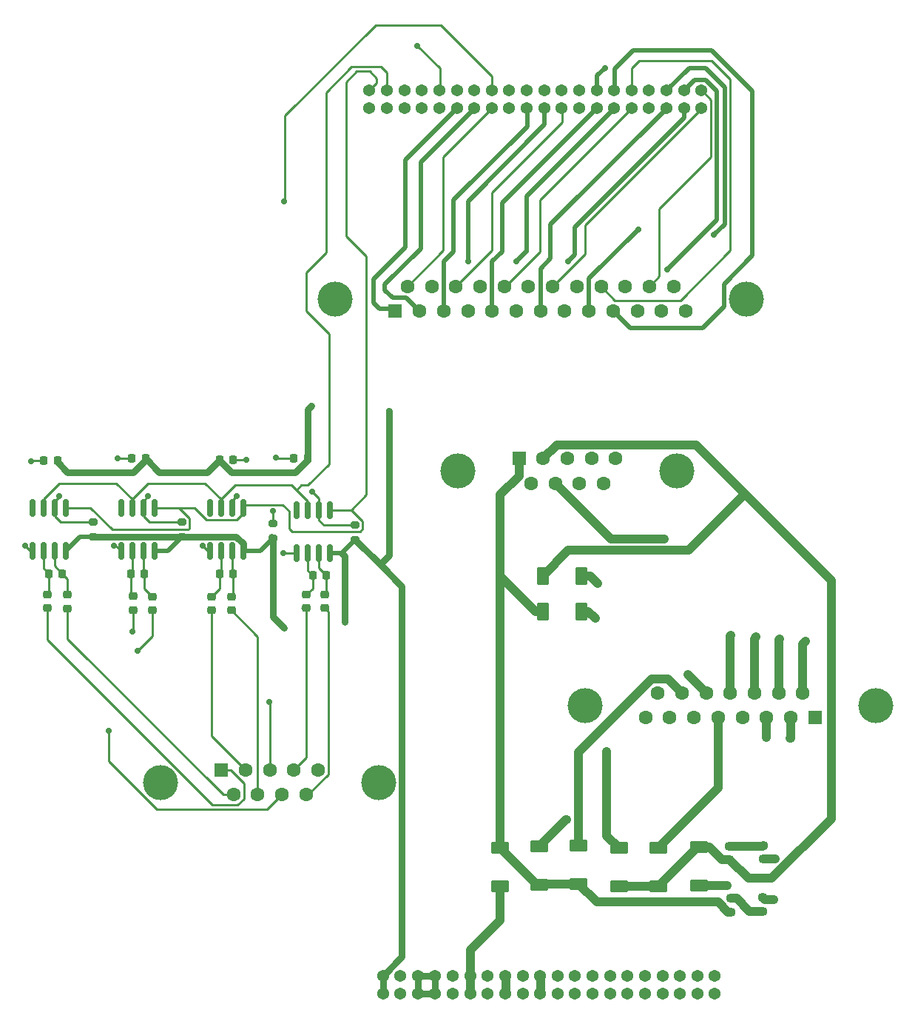
<source format=gbr>
%TF.GenerationSoftware,KiCad,Pcbnew,7.0.7*%
%TF.CreationDate,2024-02-25T12:29:16-08:00*%
%TF.ProjectId,Connector-board,436f6e6e-6563-4746-9f72-2d626f617264,rev?*%
%TF.SameCoordinates,Original*%
%TF.FileFunction,Copper,L1,Top*%
%TF.FilePolarity,Positive*%
%FSLAX46Y46*%
G04 Gerber Fmt 4.6, Leading zero omitted, Abs format (unit mm)*
G04 Created by KiCad (PCBNEW 7.0.7) date 2024-02-25 12:29:16*
%MOMM*%
%LPD*%
G01*
G04 APERTURE LIST*
G04 Aperture macros list*
%AMRoundRect*
0 Rectangle with rounded corners*
0 $1 Rounding radius*
0 $2 $3 $4 $5 $6 $7 $8 $9 X,Y pos of 4 corners*
0 Add a 4 corners polygon primitive as box body*
4,1,4,$2,$3,$4,$5,$6,$7,$8,$9,$2,$3,0*
0 Add four circle primitives for the rounded corners*
1,1,$1+$1,$2,$3*
1,1,$1+$1,$4,$5*
1,1,$1+$1,$6,$7*
1,1,$1+$1,$8,$9*
0 Add four rect primitives between the rounded corners*
20,1,$1+$1,$2,$3,$4,$5,0*
20,1,$1+$1,$4,$5,$6,$7,0*
20,1,$1+$1,$6,$7,$8,$9,0*
20,1,$1+$1,$8,$9,$2,$3,0*%
G04 Aperture macros list end*
%TA.AperFunction,SMDPad,CuDef*%
%ADD10RoundRect,0.225000X0.225000X0.250000X-0.225000X0.250000X-0.225000X-0.250000X0.225000X-0.250000X0*%
%TD*%
%TA.AperFunction,SMDPad,CuDef*%
%ADD11RoundRect,0.150000X0.150000X-0.825000X0.150000X0.825000X-0.150000X0.825000X-0.150000X-0.825000X0*%
%TD*%
%TA.AperFunction,SMDPad,CuDef*%
%ADD12RoundRect,0.250000X0.800000X-0.450000X0.800000X0.450000X-0.800000X0.450000X-0.800000X-0.450000X0*%
%TD*%
%TA.AperFunction,SMDPad,CuDef*%
%ADD13RoundRect,0.250000X-0.800000X0.450000X-0.800000X-0.450000X0.800000X-0.450000X0.800000X0.450000X0*%
%TD*%
%TA.AperFunction,SMDPad,CuDef*%
%ADD14RoundRect,0.225000X-0.225000X-0.250000X0.225000X-0.250000X0.225000X0.250000X-0.225000X0.250000X0*%
%TD*%
%TA.AperFunction,SMDPad,CuDef*%
%ADD15RoundRect,0.200000X-0.275000X0.200000X-0.275000X-0.200000X0.275000X-0.200000X0.275000X0.200000X0*%
%TD*%
%TA.AperFunction,SMDPad,CuDef*%
%ADD16RoundRect,0.218750X0.256250X-0.218750X0.256250X0.218750X-0.256250X0.218750X-0.256250X-0.218750X0*%
%TD*%
%TA.AperFunction,SMDPad,CuDef*%
%ADD17RoundRect,0.225000X0.250000X-0.225000X0.250000X0.225000X-0.250000X0.225000X-0.250000X-0.225000X0*%
%TD*%
%TA.AperFunction,SMDPad,CuDef*%
%ADD18RoundRect,0.250000X-0.450000X-0.800000X0.450000X-0.800000X0.450000X0.800000X-0.450000X0.800000X0*%
%TD*%
%TA.AperFunction,SMDPad,CuDef*%
%ADD19RoundRect,0.218750X-0.256250X0.218750X-0.256250X-0.218750X0.256250X-0.218750X0.256250X0.218750X0*%
%TD*%
%TA.AperFunction,ComponentPad*%
%ADD20C,1.371600*%
%TD*%
%TA.AperFunction,ComponentPad*%
%ADD21C,4.000000*%
%TD*%
%TA.AperFunction,ComponentPad*%
%ADD22R,1.600000X1.600000*%
%TD*%
%TA.AperFunction,ComponentPad*%
%ADD23C,1.600000*%
%TD*%
%TA.AperFunction,ViaPad*%
%ADD24C,0.711200*%
%TD*%
%TA.AperFunction,Conductor*%
%ADD25C,0.762000*%
%TD*%
%TA.AperFunction,Conductor*%
%ADD26C,0.254000*%
%TD*%
%TA.AperFunction,Conductor*%
%ADD27C,1.016000*%
%TD*%
%TA.AperFunction,Conductor*%
%ADD28C,0.200000*%
%TD*%
%TA.AperFunction,Conductor*%
%ADD29C,0.508000*%
%TD*%
G04 APERTURE END LIST*
D10*
%TO.P,C10,1*%
%TO.N,+3.3V*%
X128920000Y-97990400D03*
%TO.P,C10,2*%
%TO.N,GND*%
X127370000Y-97990400D03*
%TD*%
%TO.P,C9,1*%
%TO.N,Net-(U4-T+)*%
X128795000Y-111155000D03*
%TO.P,C9,2*%
%TO.N,Net-(U4-T-)*%
X127245000Y-111155000D03*
%TD*%
D11*
%TO.P,U4,1,GND*%
%TO.N,GND*%
X126115000Y-108550000D03*
%TO.P,U4,2,T-*%
%TO.N,Net-(U4-T-)*%
X127385000Y-108550000D03*
%TO.P,U4,3,T+*%
%TO.N,Net-(U4-T+)*%
X128655000Y-108550000D03*
%TO.P,U4,4,VCC*%
%TO.N,+3.3V*%
X129925000Y-108550000D03*
%TO.P,U4,5,SCK*%
%TO.N,SPI_SCK*%
X129925000Y-103600000D03*
%TO.P,U4,6,~{CS}*%
%TO.N,TC3_CS*%
X128655000Y-103600000D03*
%TO.P,U4,7,SO*%
%TO.N,SPI_MISO*%
X127385000Y-103600000D03*
%TO.P,U4,8*%
%TO.N,N/C*%
X126115000Y-103600000D03*
%TD*%
D12*
%TO.P,D4,1,K*%
%TO.N,LOX_VENT*%
X173981400Y-146722200D03*
%TO.P,D4,2,A*%
%TO.N,GROUND_LOX_VENT*%
X173981400Y-142322200D03*
%TD*%
D10*
%TO.P,C4,1*%
%TO.N,+3.3V*%
X118836200Y-98219000D03*
%TO.P,C4,2*%
%TO.N,GND*%
X117286200Y-98219000D03*
%TD*%
D13*
%TO.P,D6,1,K*%
%TO.N,LOX_VENT*%
X169511000Y-142500000D03*
%TO.P,D6,2,A*%
%TO.N,FLIGHT_LOX_VENT*%
X169511000Y-146900000D03*
%TD*%
D14*
%TO.P,C8,1*%
%TO.N,+3.3V*%
X137403000Y-98092000D03*
%TO.P,C8,2*%
%TO.N,GND*%
X138953000Y-98092000D03*
%TD*%
D15*
%TO.P,R3,1*%
%TO.N,TC1_CS*%
X122940000Y-105250000D03*
%TO.P,R3,2*%
%TO.N,+3.3V*%
X122940000Y-106900000D03*
%TD*%
D12*
%TO.P,D1,1,K*%
%TO.N,ETH_VENT*%
X187621200Y-146900000D03*
%TO.P,D1,2,A*%
%TO.N,GROUND_ETH_VENT*%
X187621200Y-142500000D03*
%TD*%
D13*
%TO.P,D3,1,K*%
%TO.N,ETH_VENT*%
X192269400Y-142449200D03*
%TO.P,D3,2,A*%
%TO.N,FLIGHT_ETH_VENT*%
X192269400Y-146849200D03*
%TD*%
D16*
%TO.P,C1,1*%
%TO.N,ETH_VENT*%
X195774600Y-143861800D03*
%TO.P,C1,2*%
%TO.N,Net-(C1-Pad2)*%
X195774600Y-142286800D03*
%TD*%
D15*
%TO.P,R6,1*%
%TO.N,TC3_CS*%
X133100000Y-105250000D03*
%TO.P,R6,2*%
%TO.N,+3.3V*%
X133100000Y-106900000D03*
%TD*%
D17*
%TO.P,FB4,1*%
%TO.N,TC4_T-*%
X147322000Y-115097600D03*
%TO.P,FB4,2*%
%TO.N,Net-(U2-T-)*%
X147322000Y-113547600D03*
%TD*%
D18*
%TO.P,D8,1,K*%
%TO.N,LOX_VENT*%
X174400000Y-115450000D03*
%TO.P,D8,2,A*%
%TO.N,GND*%
X178800000Y-115450000D03*
%TD*%
D10*
%TO.P,C6,1*%
%TO.N,+3.3V*%
X147465000Y-97970000D03*
%TO.P,C6,2*%
%TO.N,GND*%
X145915000Y-97970000D03*
%TD*%
D11*
%TO.P,U1,1,GND*%
%TO.N,GND*%
X115955000Y-108550000D03*
%TO.P,U1,2,T-*%
%TO.N,Net-(U1-T-)*%
X117225000Y-108550000D03*
%TO.P,U1,3,T+*%
%TO.N,Net-(U1-T+)*%
X118495000Y-108550000D03*
%TO.P,U1,4,VCC*%
%TO.N,+3.3V*%
X119765000Y-108550000D03*
%TO.P,U1,5,SCK*%
%TO.N,SPI_SCK*%
X119765000Y-103600000D03*
%TO.P,U1,6,~{CS}*%
%TO.N,TC1_CS*%
X118495000Y-103600000D03*
%TO.P,U1,7,SO*%
%TO.N,SPI_MISO*%
X117225000Y-103600000D03*
%TO.P,U1,8*%
%TO.N,N/C*%
X115955000Y-103600000D03*
%TD*%
D16*
%TO.P,C2,1*%
%TO.N,LOX_VENT*%
X195901600Y-149830900D03*
%TO.P,C2,2*%
%TO.N,Net-(C2-Pad2)*%
X195901600Y-148255900D03*
%TD*%
D17*
%TO.P,FB3,1*%
%TO.N,TC4_T+*%
X149404800Y-115046800D03*
%TO.P,FB3,2*%
%TO.N,Net-(U2-T+)*%
X149404800Y-113496800D03*
%TD*%
%TO.P,FB6,1*%
%TO.N,TC2_T-*%
X136501600Y-115351600D03*
%TO.P,FB6,2*%
%TO.N,Net-(U3-T-)*%
X136501600Y-113801600D03*
%TD*%
D19*
%TO.P,R1,1*%
%TO.N,Net-(C1-Pad2)*%
X199635400Y-142210700D03*
%TO.P,R1,2*%
%TO.N,GND*%
X199635400Y-143785700D03*
%TD*%
D15*
%TO.P,R5,1*%
%TO.N,TC2_CS*%
X143488600Y-105440000D03*
%TO.P,R5,2*%
%TO.N,+3.3V*%
X143488600Y-107090000D03*
%TD*%
D10*
%TO.P,C5,1*%
%TO.N,Net-(U2-T+)*%
X149595600Y-111350800D03*
%TO.P,C5,2*%
%TO.N,Net-(U2-T-)*%
X148045600Y-111350800D03*
%TD*%
D12*
%TO.P,D2,1,K*%
%TO.N,ETH_VENT*%
X183100000Y-146900000D03*
%TO.P,D2,2,A*%
%TO.N,REDS_ETH_VENT*%
X183100000Y-142500000D03*
%TD*%
D17*
%TO.P,FB1,1*%
%TO.N,TC1_T+*%
X119991600Y-115123000D03*
%TO.P,FB1,2*%
%TO.N,Net-(U1-T+)*%
X119991600Y-113573000D03*
%TD*%
%TO.P,FB5,1*%
%TO.N,TC2_T+*%
X138736800Y-115351600D03*
%TO.P,FB5,2*%
%TO.N,Net-(U3-T+)*%
X138736800Y-113801600D03*
%TD*%
D12*
%TO.P,D5,1,K*%
%TO.N,LOX_VENT*%
X178502600Y-146646000D03*
%TO.P,D5,2,A*%
%TO.N,REDS_LOX_VENT*%
X178502600Y-142246000D03*
%TD*%
D11*
%TO.P,U2,1,GND*%
%TO.N,GND*%
X146229800Y-108796600D03*
%TO.P,U2,2,T-*%
%TO.N,Net-(U2-T-)*%
X147499800Y-108796600D03*
%TO.P,U2,3,T+*%
%TO.N,Net-(U2-T+)*%
X148769800Y-108796600D03*
%TO.P,U2,4,VCC*%
%TO.N,+3.3V*%
X150039800Y-108796600D03*
%TO.P,U2,5,SCK*%
%TO.N,SPI_SCK*%
X150039800Y-103846600D03*
%TO.P,U2,6,~{CS}*%
%TO.N,TC4_CS*%
X148769800Y-103846600D03*
%TO.P,U2,7,SO*%
%TO.N,SPI_MISO*%
X147499800Y-103846600D03*
%TO.P,U2,8*%
%TO.N,N/C*%
X146229800Y-103846600D03*
%TD*%
%TO.P,U3,1,GND*%
%TO.N,GND*%
X136275000Y-108550000D03*
%TO.P,U3,2,T-*%
%TO.N,Net-(U3-T-)*%
X137545000Y-108550000D03*
%TO.P,U3,3,T+*%
%TO.N,Net-(U3-T+)*%
X138815000Y-108550000D03*
%TO.P,U3,4,VCC*%
%TO.N,+3.3V*%
X140085000Y-108550000D03*
%TO.P,U3,5,SCK*%
%TO.N,SPI_SCK*%
X140085000Y-103600000D03*
%TO.P,U3,6,~{CS}*%
%TO.N,TC2_CS*%
X138815000Y-103600000D03*
%TO.P,U3,7,SO*%
%TO.N,SPI_MISO*%
X137545000Y-103600000D03*
%TO.P,U3,8*%
%TO.N,N/C*%
X136275000Y-103600000D03*
%TD*%
D10*
%TO.P,C7,1*%
%TO.N,Net-(U3-T+)*%
X138955000Y-111155000D03*
%TO.P,C7,2*%
%TO.N,Net-(U3-T-)*%
X137405000Y-111155000D03*
%TD*%
D20*
%TO.P,J1,A1,Pin_1*%
%TO.N,+3.3V*%
X156086831Y-159170000D03*
%TO.P,J1,A2,Pin_2*%
X156086831Y-157170000D03*
%TO.P,J1,A3,Pin_3*%
%TO.N,GND*%
X158086831Y-159170000D03*
%TO.P,J1,A4,Pin_4*%
X158086831Y-157170000D03*
%TO.P,J1,A5,Pin_5*%
%TO.N,+5V*%
X160086831Y-159170000D03*
%TO.P,J1,A6,Pin_6*%
X160086831Y-157170000D03*
%TO.P,J1,A7,Pin_7*%
X162086831Y-159170000D03*
%TO.P,J1,A8,Pin_8*%
X162086831Y-157170000D03*
%TO.P,J1,A9,Pin_9*%
%TO.N,GND*%
X164086831Y-159170000D03*
%TO.P,J1,A10,Pin_10*%
X164086831Y-157170000D03*
%TO.P,J1,A11,Pin_11*%
%TO.N,FLIGHT_LOX_VENT*%
X166086831Y-159170000D03*
%TO.P,J1,A12,Pin_12*%
X166086831Y-157170000D03*
%TO.P,J1,A13,Pin_13*%
%TO.N,GND*%
X168086831Y-159170000D03*
%TO.P,J1,A14,Pin_14*%
X168086831Y-157170000D03*
%TO.P,J1,A15,Pin_15*%
%TO.N,FLIGHT_ETH_VENT*%
X170086831Y-159170000D03*
%TO.P,J1,A16,Pin_16*%
X170086831Y-157170000D03*
%TO.P,J1,A17,Pin_17*%
%TO.N,GND*%
X172086831Y-159170000D03*
%TO.P,J1,A18,Pin_18*%
X172086831Y-157170000D03*
%TO.P,J1,A19,Pin_19*%
%TO.N,FLIGHT_ETH_MAIN*%
X174086831Y-159170000D03*
%TO.P,J1,A20,Pin_20*%
X174086831Y-157170000D03*
%TO.P,J1,A21,Pin_21*%
%TO.N,GND*%
X176086831Y-159170000D03*
%TO.P,J1,A22,Pin_22*%
X176086831Y-157170000D03*
%TO.P,J1,A23,Pin_23*%
%TO.N,unconnected-(J1A-Pin_23-PadA23)*%
X178086831Y-159170000D03*
%TO.P,J1,A24,Pin_24*%
%TO.N,unconnected-(J1A-Pin_24-PadA24)*%
X178086831Y-157170000D03*
%TO.P,J1,A25,Pin_25*%
%TO.N,GND*%
X180086831Y-159170000D03*
%TO.P,J1,A26,Pin_26*%
X180086831Y-157170000D03*
%TO.P,J1,A27,Pin_27*%
%TO.N,unconnected-(J1A-Pin_27-PadA27)*%
X182086831Y-159170000D03*
%TO.P,J1,A28,Pin_28*%
%TO.N,unconnected-(J1A-Pin_28-PadA28)*%
X182086831Y-157170000D03*
%TO.P,J1,A29,Pin_29*%
%TO.N,unconnected-(J1A-Pin_29-PadA29)*%
X184086831Y-159170000D03*
%TO.P,J1,A30,Pin_30*%
%TO.N,unconnected-(J1A-Pin_30-PadA30)*%
X184086831Y-157170000D03*
%TO.P,J1,A31,Pin_31*%
%TO.N,unconnected-(J1A-Pin_31-PadA31)*%
X186086831Y-159170000D03*
%TO.P,J1,A32,Pin_32*%
%TO.N,unconnected-(J1A-Pin_32-PadA32)*%
X186086831Y-157170000D03*
%TO.P,J1,A33,Pin_33*%
%TO.N,unconnected-(J1A-Pin_33-PadA33)*%
X188086731Y-159170000D03*
%TO.P,J1,A34,Pin_34*%
%TO.N,unconnected-(J1A-Pin_34-PadA34)*%
X188086731Y-157170000D03*
%TO.P,J1,A35,Pin_35*%
%TO.N,PWR_SUP*%
X190086731Y-159170000D03*
%TO.P,J1,A36,Pin_36*%
X190086731Y-157170000D03*
%TO.P,J1,A37,Pin_37*%
X192086731Y-159170000D03*
%TO.P,J1,A38,Pin_38*%
X192086731Y-157170000D03*
%TO.P,J1,A39,Pin_39*%
X194086731Y-159170000D03*
%TO.P,J1,A40,Pin_40*%
X194086731Y-157170000D03*
%TO.P,J1,B1,Pin_1*%
%TO.N,unconnected-(J1B-Pin_1-PadB1)*%
X154550000Y-57900000D03*
%TO.P,J1,B2,Pin_2*%
%TO.N,SPI_SCK*%
X154550000Y-55900000D03*
%TO.P,J1,B3,Pin_3*%
%TO.N,unconnected-(J1B-Pin_3-PadB3)*%
X156550000Y-57900000D03*
%TO.P,J1,B4,Pin_4*%
%TO.N,SPI_MISO*%
X156550000Y-55900000D03*
%TO.P,J1,B5,Pin_5*%
%TO.N,GND*%
X158550000Y-57900000D03*
%TO.P,J1,B6,Pin_6*%
%TO.N,SPI_MOSI*%
X158550000Y-55900000D03*
%TO.P,J1,B7,Pin_7*%
%TO.N,unconnected-(J1B-Pin_7-PadB7)*%
X160550000Y-57900000D03*
%TO.P,J1,B8,Pin_8*%
%TO.N,GND*%
X160550000Y-55900000D03*
%TO.P,J1,B9,Pin_9*%
X162549900Y-57900000D03*
%TO.P,J1,B10,Pin_10*%
%TO.N,TC1_CS*%
X162549900Y-55900000D03*
%TO.P,J1,B11,Pin_11*%
%TO.N,PT1_E+*%
X164549900Y-57900000D03*
%TO.P,J1,B12,Pin_12*%
%TO.N,TC2_CS*%
X164549900Y-55900000D03*
%TO.P,J1,B13,Pin_13*%
%TO.N,PT1_E-*%
X166549900Y-57900000D03*
%TO.P,J1,B14,Pin_14*%
%TO.N,TC3_CS*%
X166549900Y-55900000D03*
%TO.P,J1,B15,Pin_15*%
%TO.N,PT1_A+*%
X168549900Y-57900000D03*
%TO.P,J1,B16,Pin_16*%
%TO.N,TC4_CS*%
X168549900Y-55900000D03*
%TO.P,J1,B17,Pin_17*%
%TO.N,GND*%
X170549900Y-57900000D03*
%TO.P,J1,B18,Pin_18*%
X170549900Y-55900000D03*
%TO.P,J1,B19,Pin_19*%
%TO.N,PT2_E+*%
X172549900Y-57900000D03*
%TO.P,J1,B20,Pin_20*%
%TO.N,unconnected-(J1B-Pin_20-PadB20)*%
X172549900Y-55900000D03*
%TO.P,J1,B21,Pin_21*%
%TO.N,PT2_E-*%
X174549900Y-57900000D03*
%TO.P,J1,B22,Pin_22*%
%TO.N,unconnected-(J1B-Pin_22-PadB22)*%
X174549900Y-55900000D03*
%TO.P,J1,B23,Pin_23*%
%TO.N,PT2_A+*%
X176549900Y-57900000D03*
%TO.P,J1,B24,Pin_24*%
%TO.N,unconnected-(J1B-Pin_24-PadB24)*%
X176549900Y-55900000D03*
%TO.P,J1,B25,Pin_25*%
%TO.N,GND*%
X178549900Y-57900000D03*
%TO.P,J1,B26,Pin_26*%
X178549900Y-55900000D03*
%TO.P,J1,B27,Pin_27*%
%TO.N,PT3_E+*%
X180549900Y-57900000D03*
%TO.P,J1,B28,Pin_28*%
%TO.N,PT5_E+*%
X180549900Y-55900000D03*
%TO.P,J1,B29,Pin_29*%
%TO.N,PT3_E-*%
X182549900Y-57900000D03*
%TO.P,J1,B30,Pin_30*%
%TO.N,PT5_E-*%
X182549900Y-55900000D03*
%TO.P,J1,B31,Pin_31*%
%TO.N,PT3_A+*%
X184549900Y-57900000D03*
%TO.P,J1,B32,Pin_32*%
%TO.N,PT5_A+*%
X184549900Y-55900000D03*
%TO.P,J1,B33,Pin_33*%
%TO.N,GND*%
X186549900Y-57900000D03*
%TO.P,J1,B34,Pin_34*%
X186549900Y-55900000D03*
%TO.P,J1,B35,Pin_35*%
%TO.N,PT4_E+*%
X188549900Y-57900000D03*
%TO.P,J1,B36,Pin_36*%
%TO.N,PT6_E+*%
X188549900Y-55900000D03*
%TO.P,J1,B37,Pin_37*%
%TO.N,PT4_E-*%
X190549900Y-57900000D03*
%TO.P,J1,B38,Pin_38*%
%TO.N,PT6_E-*%
X190549900Y-55900000D03*
%TO.P,J1,B39,Pin_39*%
%TO.N,PT4_A+*%
X192549900Y-57900000D03*
%TO.P,J1,B40,Pin_40*%
%TO.N,PT6_A+*%
X192549900Y-55900000D03*
%TD*%
D17*
%TO.P,FB2,1*%
%TO.N,TC1_T-*%
X117705600Y-115072200D03*
%TO.P,FB2,2*%
%TO.N,Net-(U1-T-)*%
X117705600Y-113522200D03*
%TD*%
%TO.P,FB8,1*%
%TO.N,TC3_T-*%
X127535400Y-115275400D03*
%TO.P,FB8,2*%
%TO.N,Net-(U4-T-)*%
X127535400Y-113725400D03*
%TD*%
D15*
%TO.P,R4,1*%
%TO.N,TC4_CS*%
X152935400Y-105598200D03*
%TO.P,R4,2*%
%TO.N,+3.3V*%
X152935400Y-107248200D03*
%TD*%
D10*
%TO.P,C3,1*%
%TO.N,Net-(U1-T+)*%
X119410000Y-111155000D03*
%TO.P,C3,2*%
%TO.N,Net-(U1-T-)*%
X117860000Y-111155000D03*
%TD*%
D17*
%TO.P,FB7,1*%
%TO.N,TC3_T+*%
X129745200Y-115326200D03*
%TO.P,FB7,2*%
%TO.N,Net-(U4-T+)*%
X129745200Y-113776200D03*
%TD*%
D18*
%TO.P,D7,1,K*%
%TO.N,ETH_VENT*%
X174400000Y-111400000D03*
%TO.P,D7,2,A*%
%TO.N,GND*%
X178800000Y-111400000D03*
%TD*%
D16*
%TO.P,R2,1*%
%TO.N,Net-(C2-Pad2)*%
X199584600Y-149754700D03*
%TO.P,R2,2*%
%TO.N,GND*%
X199584600Y-148179700D03*
%TD*%
D21*
%TO.P,4TC_DSUB1,0*%
%TO.N,N/C*%
X155640000Y-135020000D03*
X130640000Y-135020000D03*
D22*
%TO.P,4TC_DSUB1,1,1*%
%TO.N,TC1_T-*%
X137600000Y-133600000D03*
D23*
%TO.P,4TC_DSUB1,2,2*%
%TO.N,TC2_T-*%
X140370000Y-133600000D03*
%TO.P,4TC_DSUB1,3,3*%
%TO.N,TC3_T-*%
X143140000Y-133600000D03*
%TO.P,4TC_DSUB1,4,4*%
%TO.N,TC4_T-*%
X145910000Y-133600000D03*
%TO.P,4TC_DSUB1,5,5*%
%TO.N,unconnected-(4TC_DSUB1-Pad5)*%
X148680000Y-133600000D03*
%TO.P,4TC_DSUB1,6,6*%
%TO.N,TC1_T+*%
X138985000Y-136440000D03*
%TO.P,4TC_DSUB1,7,7*%
%TO.N,TC2_T+*%
X141755000Y-136440000D03*
%TO.P,4TC_DSUB1,8,8*%
%TO.N,TC3_T+*%
X144525000Y-136440000D03*
%TO.P,4TC_DSUB1,9,9*%
%TO.N,TC4_T+*%
X147295000Y-136440000D03*
%TD*%
D21*
%TO.P,GND_DSUB1,0*%
%TO.N,N/C*%
X179200000Y-126200000D03*
X212500000Y-126200000D03*
D22*
%TO.P,GND_DSUB1,1,1*%
%TO.N,PWR_SUP*%
X205545000Y-127620000D03*
D23*
%TO.P,GND_DSUB1,2,2*%
X202775000Y-127620000D03*
%TO.P,GND_DSUB1,3,3*%
X200005000Y-127620000D03*
%TO.P,GND_DSUB1,4,4*%
%TO.N,unconnected-(GND_DSUB1-Pad4)*%
X197235000Y-127620000D03*
%TO.P,GND_DSUB1,5,5*%
%TO.N,GROUND_ETH_VENT*%
X194465000Y-127620000D03*
%TO.P,GND_DSUB1,6,6*%
%TO.N,GROUND_LOX_VENT*%
X191695000Y-127620000D03*
%TO.P,GND_DSUB1,7,7*%
%TO.N,unconnected-(GND_DSUB1-Pad7)*%
X188925000Y-127620000D03*
%TO.P,GND_DSUB1,8,8*%
%TO.N,unconnected-(GND_DSUB1-Pad8)*%
X186155000Y-127620000D03*
%TO.P,GND_DSUB1,9,P9*%
%TO.N,GND*%
X204160000Y-124780000D03*
%TO.P,GND_DSUB1,10,P10*%
X201390000Y-124780000D03*
%TO.P,GND_DSUB1,11,P111*%
X198620000Y-124780000D03*
%TO.P,GND_DSUB1,12,P12*%
X195850000Y-124780000D03*
%TO.P,GND_DSUB1,13,P13*%
%TO.N,REDS_ETH_VENT*%
X193080000Y-124780000D03*
%TO.P,GND_DSUB1,14,P14*%
%TO.N,REDS_LOX_VENT*%
X190310000Y-124780000D03*
%TO.P,GND_DSUB1,15,P15*%
%TO.N,unconnected-(GND_DSUB1-P15-Pad15)*%
X187540000Y-124780000D03*
%TD*%
D21*
%TO.P,SOLENOIDS_DSUB1,0*%
%TO.N,N/C*%
X189700000Y-99400000D03*
X164700000Y-99400000D03*
D22*
%TO.P,SOLENOIDS_DSUB1,1,1*%
%TO.N,LOX_VENT*%
X171660000Y-97980000D03*
D23*
%TO.P,SOLENOIDS_DSUB1,2,2*%
%TO.N,ETH_VENT*%
X174430000Y-97980000D03*
%TO.P,SOLENOIDS_DSUB1,3,3*%
%TO.N,unconnected-(SOLENOIDS_DSUB1-Pad3)*%
X177200000Y-97980000D03*
%TO.P,SOLENOIDS_DSUB1,4,4*%
%TO.N,unconnected-(SOLENOIDS_DSUB1-Pad4)*%
X179970000Y-97980000D03*
%TO.P,SOLENOIDS_DSUB1,5,5*%
%TO.N,unconnected-(SOLENOIDS_DSUB1-Pad5)*%
X182740000Y-97980000D03*
%TO.P,SOLENOIDS_DSUB1,6,6*%
%TO.N,GND*%
X173045000Y-100820000D03*
%TO.P,SOLENOIDS_DSUB1,7,7*%
X175815000Y-100820000D03*
%TO.P,SOLENOIDS_DSUB1,8,8*%
%TO.N,unconnected-(SOLENOIDS_DSUB1-Pad8)*%
X178585000Y-100820000D03*
%TO.P,SOLENOIDS_DSUB1,9,9*%
%TO.N,unconnected-(SOLENOIDS_DSUB1-Pad9)*%
X181355000Y-100820000D03*
%TD*%
D21*
%TO.P,PT_DSUB1,0*%
%TO.N,N/C*%
X150585000Y-79720000D03*
X197685000Y-79720000D03*
D22*
%TO.P,PT_DSUB1,1,1*%
%TO.N,PT1_E+*%
X157515000Y-81140000D03*
D23*
%TO.P,PT_DSUB1,2,2*%
%TO.N,PT1_E-*%
X160285000Y-81140000D03*
%TO.P,PT_DSUB1,3,3*%
%TO.N,PT2_E+*%
X163055000Y-81140000D03*
%TO.P,PT_DSUB1,4,4*%
%TO.N,PT2_E-*%
X165825000Y-81140000D03*
%TO.P,PT_DSUB1,5,5*%
%TO.N,PT3_E+*%
X168595000Y-81140000D03*
%TO.P,PT_DSUB1,6,6*%
%TO.N,PT3_E-*%
X171365000Y-81140000D03*
%TO.P,PT_DSUB1,7,7*%
%TO.N,PT4_E+*%
X174135000Y-81140000D03*
%TO.P,PT_DSUB1,8,8*%
%TO.N,PT4_E-*%
X176905000Y-81140000D03*
%TO.P,PT_DSUB1,9,9*%
%TO.N,PT5_E+*%
X179675000Y-81140000D03*
%TO.P,PT_DSUB1,10,10*%
%TO.N,PT5_E-*%
X182445000Y-81140000D03*
%TO.P,PT_DSUB1,11,11*%
%TO.N,PT6_E+*%
X185215000Y-81140000D03*
%TO.P,PT_DSUB1,12,12*%
%TO.N,PT6_E-*%
X187985000Y-81140000D03*
%TO.P,PT_DSUB1,13,13*%
%TO.N,unconnected-(PT_DSUB1-Pad13)*%
X190755000Y-81140000D03*
%TO.P,PT_DSUB1,14,P14*%
%TO.N,PT1_A+*%
X158900000Y-78300000D03*
%TO.P,PT_DSUB1,15,P15*%
%TO.N,unconnected-(PT_DSUB1-P15-Pad15)*%
X161670000Y-78300000D03*
%TO.P,PT_DSUB1,16,P16*%
%TO.N,PT2_A+*%
X164440000Y-78300000D03*
%TO.P,PT_DSUB1,17,P17*%
%TO.N,unconnected-(PT_DSUB1-P17-Pad17)*%
X167210000Y-78300000D03*
%TO.P,PT_DSUB1,18,P18*%
%TO.N,PT3_A+*%
X169980000Y-78300000D03*
%TO.P,PT_DSUB1,19,P19*%
%TO.N,unconnected-(PT_DSUB1-P19-Pad19)*%
X172750000Y-78300000D03*
%TO.P,PT_DSUB1,20,P20*%
%TO.N,PT4_A+*%
X175520000Y-78300000D03*
%TO.P,PT_DSUB1,21,P21*%
%TO.N,unconnected-(PT_DSUB1-P21-Pad21)*%
X178290000Y-78300000D03*
%TO.P,PT_DSUB1,22,P22*%
%TO.N,PT5_A+*%
X181060000Y-78300000D03*
%TO.P,PT_DSUB1,23,P23*%
%TO.N,unconnected-(PT_DSUB1-P23-Pad23)*%
X183830000Y-78300000D03*
%TO.P,PT_DSUB1,24,P24*%
%TO.N,PT6_A+*%
X186600000Y-78300000D03*
%TO.P,PT_DSUB1,25,P25*%
%TO.N,unconnected-(PT_DSUB1-P25-Pad25)*%
X189370000Y-78300000D03*
%TD*%
D24*
%TO.N,TC2_CS*%
X143470000Y-104005000D03*
%TO.N,+3.3V*%
X156805000Y-92575000D03*
X147915000Y-91940000D03*
X151725000Y-116705000D03*
X144740000Y-117340000D03*
%TO.N,GND*%
X201000000Y-143800000D03*
X180700000Y-112250000D03*
X125709600Y-97990400D03*
X204500000Y-118900000D03*
X195900000Y-118200000D03*
X115114800Y-107921800D03*
X198800000Y-118400000D03*
X135434800Y-107921800D03*
X115800000Y-98300000D03*
X143865200Y-97907200D03*
X144720000Y-108796600D03*
X180400000Y-116250000D03*
X201500000Y-118600000D03*
X125274800Y-107921800D03*
X200800000Y-148400000D03*
X140500000Y-98100000D03*
X188300000Y-107200000D03*
%TO.N,TC3_T+*%
X124700000Y-129100000D03*
X128000000Y-120000000D03*
%TO.N,TC3_T-*%
X127400000Y-117800000D03*
X143100000Y-125800000D03*
%TO.N,PWR_SUP*%
X202700000Y-130000000D03*
X200000000Y-129900000D03*
%TO.N,GROUND_LOX_VENT*%
X177100000Y-139300000D03*
%TO.N,PT3_E-*%
X171400000Y-75400000D03*
%TO.N,PT5_E+*%
X181500000Y-53300000D03*
X185300000Y-71800000D03*
%TO.N,PT2_E-*%
X165829498Y-75440502D03*
%TO.N,PT4_E-*%
X177329498Y-75429498D03*
%TO.N,PT6_E+*%
X194000000Y-72400000D03*
%TO.N,PT6_E-*%
X188600000Y-76400000D03*
%TO.N,TC1_CS*%
X119015365Y-102307900D03*
X160020000Y-50800000D03*
%TO.N,TC4_CS*%
X144780000Y-68580000D03*
X147982400Y-101775000D03*
%TO.N,TC2_CS*%
X139335095Y-102307448D03*
%TO.N,TC3_CS*%
X129175293Y-102307900D03*
%TO.N,REDS_ETH_VENT*%
X191000000Y-122700000D03*
X181700000Y-131500000D03*
%TO.N,FLIGHT_ETH_VENT*%
X195500000Y-146800000D03*
%TD*%
D25*
%TO.N,+3.3V*%
X133100000Y-106900000D02*
X139250158Y-106900000D01*
X139250158Y-106900000D02*
X140085000Y-107734842D01*
X140085000Y-107734842D02*
X140085000Y-108550000D01*
%TO.N,+5V*%
X162086831Y-159170000D02*
X160086831Y-159170000D01*
X162086831Y-157170000D02*
X160086831Y-157170000D01*
X162086831Y-159170000D02*
X162086831Y-157170000D01*
X160086831Y-159170000D02*
X160086831Y-157170000D01*
%TO.N,+3.3V*%
X143298600Y-106900000D02*
X143488600Y-107090000D01*
D26*
%TO.N,SPI_SCK*%
X134544896Y-103600000D02*
X135900896Y-104956000D01*
X135900896Y-104956000D02*
X139344000Y-104956000D01*
X139344000Y-104956000D02*
X140085000Y-104215000D01*
X140085000Y-104215000D02*
X140085000Y-103600000D01*
X140085000Y-103600000D02*
X140416600Y-103268400D01*
X140416600Y-103268400D02*
X144638400Y-103268400D01*
X153791400Y-105152000D02*
X152486000Y-103846600D01*
X144638400Y-103268400D02*
X145375000Y-104005000D01*
X145375000Y-104005000D02*
X145375000Y-106024200D01*
X145730000Y-106379200D02*
X153456600Y-106379200D01*
X145375000Y-106024200D02*
X145730000Y-106379200D01*
X153456600Y-106379200D02*
X153791400Y-106044400D01*
X153791400Y-106044400D02*
X153791400Y-105152000D01*
%TO.N,TC2_CS*%
X143470000Y-104005000D02*
X143470000Y-105421400D01*
X143470000Y-105421400D02*
X143488600Y-105440000D01*
X139335095Y-102307448D02*
X139398543Y-102244000D01*
%TO.N,SPI_SCK*%
X129925000Y-103600000D02*
X134544896Y-103600000D01*
D25*
%TO.N,+3.3V*%
X122940000Y-106900000D02*
X133100000Y-106900000D01*
X147465000Y-92390000D02*
X147915000Y-91940000D01*
X147465000Y-97970000D02*
X147465000Y-92390000D01*
X158275000Y-112587800D02*
X155788600Y-110101400D01*
X155788600Y-110101400D02*
X152935400Y-107248200D01*
X156805000Y-92575000D02*
X156805000Y-109085000D01*
X156805000Y-109085000D02*
X155788600Y-110101400D01*
D26*
%TO.N,SPI_MISO*%
X152478216Y-53206702D02*
X149562459Y-56122459D01*
X147280000Y-76700000D02*
X149562459Y-74417541D01*
X146199999Y-101571800D02*
X146733399Y-101038400D01*
X146733399Y-101038400D02*
X147479448Y-101038400D01*
X147280000Y-81145000D02*
X147280000Y-76700000D01*
X147479448Y-101038400D02*
X149900000Y-98617848D01*
X149900000Y-98617848D02*
X149900000Y-83765000D01*
X149562459Y-74417541D02*
X149562459Y-56122459D01*
X149900000Y-83765000D02*
X147280000Y-81145000D01*
D25*
%TO.N,+3.3V*%
X137403000Y-98092000D02*
X137403000Y-98233224D01*
X137403000Y-98233224D02*
X138729776Y-99560000D01*
X138729776Y-99560000D02*
X146016224Y-99560000D01*
X146016224Y-99560000D02*
X147465000Y-98111224D01*
X147465000Y-98111224D02*
X147465000Y-97970000D01*
X128920000Y-97990400D02*
X130489600Y-99560000D01*
X130489600Y-99560000D02*
X135935000Y-99560000D01*
X135935000Y-99560000D02*
X137403000Y-98092000D01*
X118836200Y-98219000D02*
X118836200Y-98421200D01*
X119975000Y-99560000D02*
X127491624Y-99560000D01*
X118836200Y-98421200D02*
X119975000Y-99560000D01*
X127491624Y-99560000D02*
X128920000Y-98131624D01*
X128920000Y-98131624D02*
X128920000Y-97990400D01*
X151725000Y-116705000D02*
X151725000Y-109134600D01*
X151725000Y-109134600D02*
X151387000Y-108796600D01*
X143488600Y-108966120D02*
X143488600Y-116088600D01*
X143488600Y-116088600D02*
X144740000Y-117340000D01*
X143488600Y-107090000D02*
X143488600Y-108966120D01*
X156086831Y-157170000D02*
X158275000Y-154981831D01*
X158275000Y-154981831D02*
X158275000Y-112587800D01*
X156086831Y-159170000D02*
X156086831Y-157170000D01*
D26*
%TO.N,GND*%
X115800000Y-98300000D02*
X115881000Y-98219000D01*
D27*
X179850000Y-111400000D02*
X180700000Y-112250000D01*
X178800000Y-111400000D02*
X179850000Y-111400000D01*
X199635400Y-143785700D02*
X200985700Y-143785700D01*
X201390000Y-124780000D02*
X201390000Y-118710000D01*
X200800000Y-148400000D02*
X199804900Y-148400000D01*
D26*
X199584600Y-148179700D02*
X199520300Y-148179700D01*
D27*
X195850000Y-118250000D02*
X195900000Y-118200000D01*
X179600000Y-115450000D02*
X180400000Y-116250000D01*
D26*
X125486800Y-107921800D02*
X125274800Y-107921800D01*
X126115000Y-108550000D02*
X125486800Y-107921800D01*
D27*
X204160000Y-119240000D02*
X204500000Y-118900000D01*
X204160000Y-124780000D02*
X204160000Y-119240000D01*
X200985700Y-143785700D02*
X201000000Y-143800000D01*
X201390000Y-118710000D02*
X201500000Y-118600000D01*
D26*
X144720000Y-108796600D02*
X146229800Y-108796600D01*
D27*
X182195000Y-107200000D02*
X175815000Y-100820000D01*
X199804900Y-148400000D02*
X199584600Y-148179700D01*
D26*
X143865200Y-97907200D02*
X143908000Y-97950000D01*
X115955000Y-108550000D02*
X115743000Y-108550000D01*
X115743000Y-108550000D02*
X115114800Y-107921800D01*
X136063000Y-108550000D02*
X135434800Y-107921800D01*
X138953000Y-98092000D02*
X140492000Y-98092000D01*
X136275000Y-108550000D02*
X136063000Y-108550000D01*
D27*
X188300000Y-107200000D02*
X182195000Y-107200000D01*
D26*
X199520300Y-148179700D02*
X199500000Y-148200000D01*
X115881000Y-98219000D02*
X117286200Y-98219000D01*
D27*
X198620000Y-124780000D02*
X198620000Y-118580000D01*
X195850000Y-124780000D02*
X195850000Y-118250000D01*
D26*
X140492000Y-98092000D02*
X140500000Y-98100000D01*
X125709600Y-97990400D02*
X127370000Y-97990400D01*
X143908000Y-97950000D02*
X145452000Y-97950000D01*
D27*
X178800000Y-115450000D02*
X179600000Y-115450000D01*
X198620000Y-118580000D02*
X198800000Y-118400000D01*
D26*
%TO.N,Net-(U1-T+)*%
X119991600Y-111736600D02*
X119410000Y-111155000D01*
X118495000Y-108550000D02*
X118495000Y-110240000D01*
X118495000Y-110240000D02*
X119410000Y-111155000D01*
X119991600Y-113573000D02*
X119991600Y-111736600D01*
%TO.N,Net-(U1-T-)*%
X117225000Y-108550000D02*
X117225000Y-110520000D01*
X117225000Y-110520000D02*
X117860000Y-111155000D01*
X117860000Y-111155000D02*
X117860000Y-113367800D01*
X117860000Y-113367800D02*
X117705600Y-113522200D01*
%TO.N,Net-(U2-T+)*%
X149595600Y-113306000D02*
X149404800Y-113496800D01*
X149404800Y-111541600D02*
X149595600Y-111350800D01*
X149595600Y-111350800D02*
X149595600Y-113306000D01*
X148769800Y-108796600D02*
X148769800Y-110525000D01*
X148769800Y-110525000D02*
X149595600Y-111350800D01*
%TO.N,Net-(U2-T-)*%
X148045600Y-112824000D02*
X147322000Y-113547600D01*
X147499800Y-108796600D02*
X147499800Y-110805000D01*
X147499800Y-110805000D02*
X148045600Y-111350800D01*
X148045600Y-111350800D02*
X148045600Y-112824000D01*
%TO.N,Net-(U3-T+)*%
X138736800Y-111373200D02*
X138955000Y-111155000D01*
X138815000Y-108550000D02*
X138815000Y-111015000D01*
X138815000Y-111015000D02*
X138955000Y-111155000D01*
X138955000Y-111155000D02*
X138955000Y-113583400D01*
X138955000Y-113583400D02*
X138736800Y-113801600D01*
%TO.N,Net-(U3-T-)*%
X137405000Y-111155000D02*
X137405000Y-112898200D01*
X137545000Y-108550000D02*
X137545000Y-111015000D01*
X137405000Y-112898200D02*
X136501600Y-113801600D01*
X137545000Y-111015000D02*
X137405000Y-111155000D01*
%TO.N,Net-(U4-T+)*%
X128795000Y-112826000D02*
X129745200Y-113776200D01*
X128655000Y-111015000D02*
X128795000Y-111155000D01*
X128655000Y-108550000D02*
X128655000Y-111015000D01*
X128795000Y-111155000D02*
X128795000Y-112826000D01*
%TO.N,Net-(U4-T-)*%
X127245000Y-113435000D02*
X127535400Y-113725400D01*
X127385000Y-111015000D02*
X127245000Y-111155000D01*
X127385000Y-108550000D02*
X127385000Y-111015000D01*
X127245000Y-111155000D02*
X127245000Y-113435000D01*
%TO.N,TC1_T+*%
X137853630Y-136440000D02*
X138985000Y-136440000D01*
X119991600Y-118577970D02*
X137853630Y-136440000D01*
X119991600Y-115123000D02*
X119991600Y-118577970D01*
%TO.N,TC1_T-*%
X117705600Y-115072200D02*
X117705600Y-118718357D01*
X140200000Y-136889530D02*
X140200000Y-135146000D01*
X138654000Y-133600000D02*
X137600000Y-133600000D01*
X139472530Y-137617000D02*
X140200000Y-136889530D01*
X140200000Y-135146000D02*
X138654000Y-133600000D01*
X136604243Y-137617000D02*
X139472530Y-137617000D01*
X117705600Y-118718357D02*
X136604243Y-137617000D01*
%TO.N,TC4_T+*%
X149404800Y-115046800D02*
X149861000Y-115503000D01*
X149861000Y-115503000D02*
X149861000Y-134089187D01*
X147510187Y-136440000D02*
X147295000Y-136440000D01*
X149861000Y-134089187D02*
X147510187Y-136440000D01*
D28*
%TO.N,TC4_T-*%
X147322000Y-115097600D02*
X146847000Y-115097600D01*
D26*
X147322000Y-115097600D02*
X147322000Y-132188000D01*
X147322000Y-132188000D02*
X145910000Y-133600000D01*
%TO.N,TC2_T+*%
X141755000Y-136440000D02*
X141755000Y-118369800D01*
X141755000Y-118369800D02*
X138736800Y-115351600D01*
D28*
%TO.N,TC2_T-*%
X136501600Y-115351600D02*
X136514600Y-115351600D01*
X136514600Y-115351600D02*
X136704800Y-115541800D01*
D26*
X136501600Y-129731600D02*
X140370000Y-133600000D01*
X136501600Y-115351600D02*
X136501600Y-129731600D01*
%TO.N,TC3_T+*%
X128000000Y-120000000D02*
X129745200Y-118254800D01*
X124700000Y-132600000D02*
X124700000Y-129100000D01*
X142840001Y-138124999D02*
X130224999Y-138124999D01*
X129745200Y-118254800D02*
X129745200Y-115326200D01*
X130224999Y-138124999D02*
X124700000Y-132600000D01*
X144525000Y-136440000D02*
X142840001Y-138124999D01*
%TO.N,TC3_T-*%
X127400000Y-117800000D02*
X127535400Y-117664600D01*
X143140000Y-133600000D02*
X143140000Y-125840000D01*
X127535400Y-117664600D02*
X127535400Y-115275400D01*
X143140000Y-125840000D02*
X143100000Y-125800000D01*
D27*
%TO.N,FLIGHT_ETH_MAIN*%
X174136931Y-157170000D02*
X174136931Y-159170000D01*
%TO.N,PWR_SUP*%
X202775000Y-127620000D02*
X202775000Y-129925000D01*
X202775000Y-129925000D02*
X202700000Y-130000000D01*
X200005000Y-127620000D02*
X200005000Y-129895000D01*
X200005000Y-129895000D02*
X200000000Y-129900000D01*
%TO.N,GROUND_ETH_VENT*%
X194465000Y-135656200D02*
X187621200Y-142500000D01*
X194465000Y-127620000D02*
X194465000Y-135656200D01*
%TO.N,GROUND_LOX_VENT*%
X177003600Y-139300000D02*
X173981400Y-142322200D01*
X177100000Y-139300000D02*
X177003600Y-139300000D01*
D29*
%TO.N,+3.3V*%
X151387000Y-108796600D02*
X152935400Y-107248200D01*
X121415000Y-106900000D02*
X119765000Y-108550000D01*
X142028600Y-108550000D02*
X143488600Y-107090000D01*
X150039800Y-108796600D02*
X151387000Y-108796600D01*
X140085000Y-108550000D02*
X142028600Y-108550000D01*
X131450000Y-108550000D02*
X133100000Y-106900000D01*
X129925000Y-108550000D02*
X131450000Y-108550000D01*
X122940000Y-106900000D02*
X121415000Y-106900000D01*
D27*
%TO.N,REDS_LOX_VENT*%
X186892998Y-123218000D02*
X188748000Y-123218000D01*
X178502600Y-142246000D02*
X178502600Y-131608398D01*
X178502600Y-131608398D02*
X186892998Y-123218000D01*
X188748000Y-123218000D02*
X190310000Y-124780000D01*
D29*
%TO.N,PT1_E+*%
X155000000Y-77500000D02*
X155000000Y-80200000D01*
D28*
X157242000Y-80867000D02*
X157515000Y-81140000D01*
D29*
X155667000Y-80867000D02*
X157242000Y-80867000D01*
D26*
X157515000Y-81685000D02*
X157515000Y-81140000D01*
D29*
X158660000Y-73840000D02*
X155000000Y-77500000D01*
X158660000Y-63840000D02*
X158660000Y-73840000D01*
X155000000Y-80200000D02*
X155667000Y-80867000D01*
X164600000Y-57900000D02*
X158660000Y-63840000D01*
%TO.N,PT1_E-*%
X160400000Y-64100000D02*
X160400000Y-74000000D01*
X160400000Y-74000000D02*
X156300000Y-78100000D01*
X156300000Y-78700000D02*
X157208000Y-79608000D01*
X156300000Y-78100000D02*
X156300000Y-78700000D01*
X157208000Y-79608000D02*
X158753000Y-79608000D01*
X166600000Y-57900000D02*
X160400000Y-64100000D01*
X158753000Y-79608000D02*
X160285000Y-81140000D01*
%TO.N,PT2_E+*%
X172600000Y-57900000D02*
X172600000Y-60000000D01*
X164200000Y-74300000D02*
X163055000Y-75445000D01*
X163055000Y-75445000D02*
X163055000Y-81140000D01*
X164200000Y-68400000D02*
X164200000Y-74300000D01*
X172600000Y-60000000D02*
X164200000Y-68400000D01*
%TO.N,PT3_E+*%
X169740000Y-74300000D02*
X168595000Y-75445000D01*
X168595000Y-75445000D02*
X168595000Y-81140000D01*
X180600000Y-57900000D02*
X169740000Y-68760000D01*
X169740000Y-68760000D02*
X169740000Y-74300000D01*
%TO.N,PT3_E-*%
X172500000Y-74300000D02*
X171400000Y-75400000D01*
X172510000Y-67990000D02*
X172510000Y-74300000D01*
X182600000Y-57900000D02*
X172510000Y-67990000D01*
D26*
X172510000Y-74300000D02*
X172500000Y-74300000D01*
D29*
%TO.N,PT4_E+*%
X174135000Y-76265000D02*
X174135000Y-81140000D01*
X175280000Y-71220000D02*
X175280000Y-75120000D01*
X188600000Y-57900000D02*
X175280000Y-71220000D01*
X175280000Y-75120000D02*
X174135000Y-76265000D01*
%TO.N,PT5_E+*%
X180600000Y-55900000D02*
X180600000Y-54200000D01*
X179675000Y-77425000D02*
X179675000Y-81140000D01*
X180600000Y-54200000D02*
X181500000Y-53300000D01*
X185300000Y-71800000D02*
X179675000Y-77425000D01*
%TO.N,PT5_E-*%
X195177000Y-80623000D02*
X195177000Y-78023000D01*
X195177000Y-78023000D02*
X198400000Y-74800000D01*
X184700000Y-51300000D02*
X182600000Y-53400000D01*
X182600000Y-53400000D02*
X182600000Y-55900000D01*
X193736840Y-51300000D02*
X184700000Y-51300000D01*
X198400000Y-55963160D02*
X193736840Y-51300000D01*
X182445000Y-81140000D02*
X184405000Y-83100000D01*
X192700000Y-83100000D02*
X195177000Y-80623000D01*
X198400000Y-74800000D02*
X198400000Y-55963160D01*
X184405000Y-83100000D02*
X192700000Y-83100000D01*
D26*
%TO.N,PT6_A+*%
X186600000Y-78300000D02*
X187745000Y-77155000D01*
X187745000Y-77155000D02*
X187745000Y-69455000D01*
X193666800Y-56966800D02*
X192600000Y-55900000D01*
X187745000Y-69455000D02*
X193666800Y-63533200D01*
X193666800Y-63533200D02*
X193666800Y-56966800D01*
%TO.N,PT1_A+*%
X168600000Y-57900000D02*
X163019000Y-63481000D01*
X163019000Y-63481000D02*
X163019000Y-74181000D01*
X163019000Y-74181000D02*
X158900000Y-78300000D01*
D29*
%TO.N,PT2_E-*%
X174600000Y-59800000D02*
X165829498Y-68570502D01*
X165829498Y-68570502D02*
X165829498Y-75440502D01*
X174600000Y-57900000D02*
X174600000Y-59800000D01*
D26*
%TO.N,PT2_A+*%
X168559000Y-74141000D02*
X168559000Y-67541000D01*
X164440000Y-78300000D02*
X165585000Y-77155000D01*
X165585000Y-77115000D02*
X168559000Y-74141000D01*
X165585000Y-77155000D02*
X165585000Y-77115000D01*
X168559000Y-67541000D02*
X176600000Y-59500000D01*
X176600000Y-59500000D02*
X176600000Y-57900000D01*
%TO.N,PT3_A+*%
X170100000Y-78300000D02*
X169980000Y-78300000D01*
X174099000Y-74301000D02*
X170100000Y-78300000D01*
X184600000Y-57900000D02*
X174099000Y-68401000D01*
X174099000Y-68401000D02*
X174099000Y-74301000D01*
D29*
%TO.N,PT4_E-*%
X190600000Y-57900000D02*
X190600000Y-59000000D01*
X178050000Y-74300000D02*
X178050000Y-74708996D01*
X178050000Y-74708996D02*
X177329498Y-75429498D01*
X190600000Y-59000000D02*
X178050000Y-71550000D01*
X178050000Y-71550000D02*
X178050000Y-74300000D01*
D26*
%TO.N,PT4_A+*%
X176665000Y-77135000D02*
X176665000Y-77155000D01*
X179231000Y-71269000D02*
X179231000Y-74569000D01*
X192600000Y-57900000D02*
X179231000Y-71269000D01*
X176665000Y-77155000D02*
X175520000Y-78300000D01*
X179231000Y-74569000D02*
X176665000Y-77135000D01*
%TO.N,PT5_A+*%
X193700000Y-52500000D02*
X185400000Y-52500000D01*
X181060000Y-78300000D02*
X182660000Y-79900000D01*
X195837200Y-74206407D02*
X195837200Y-54637200D01*
X184600000Y-53300000D02*
X184600000Y-55900000D01*
X195837200Y-54637200D02*
X193700000Y-52500000D01*
X185400000Y-52500000D02*
X184600000Y-53300000D01*
X190143607Y-79900000D02*
X195837200Y-74206407D01*
X182660000Y-79900000D02*
X190143607Y-79900000D01*
D29*
%TO.N,PT6_E+*%
X194000000Y-72400000D02*
X195200000Y-71200000D01*
X191149900Y-53300000D02*
X188549900Y-55900000D01*
X195200000Y-71200000D02*
X195200000Y-55500000D01*
X188500000Y-55800000D02*
X188600000Y-55900000D01*
X193000000Y-53300000D02*
X191149900Y-53300000D01*
X195200000Y-55500000D02*
X193000000Y-53300000D01*
%TO.N,PT6_E-*%
X193044389Y-54706200D02*
X194301800Y-55963611D01*
X190600000Y-55900000D02*
X191793800Y-54706200D01*
X194301800Y-55963611D02*
X194301800Y-70698200D01*
X191793800Y-54706200D02*
X193044389Y-54706200D01*
X194301800Y-70698200D02*
X188600000Y-76400000D01*
D26*
%TO.N,TC1_CS*%
X119100000Y-102244000D02*
X118495000Y-102849000D01*
X118645400Y-103750400D02*
X118495000Y-103600000D01*
X160020000Y-50800000D02*
X162600000Y-53380000D01*
X119170001Y-105250000D02*
X122940000Y-105250000D01*
X118495000Y-102849000D02*
X118495000Y-103600000D01*
X118495000Y-103600000D02*
X118495000Y-104574999D01*
X162600000Y-53380000D02*
X162600000Y-55900000D01*
X118495000Y-104574999D02*
X119170001Y-105250000D01*
%TO.N,TC4_CS*%
X148769800Y-102562400D02*
X148769800Y-103846600D01*
X155263098Y-48436902D02*
X162736902Y-48436902D01*
X148769800Y-105051600D02*
X149316400Y-105598200D01*
X148769800Y-103846600D02*
X148769800Y-105051600D01*
X149316400Y-105598200D02*
X152935400Y-105598200D01*
X168600000Y-54300000D02*
X168600000Y-55900000D01*
X144900000Y-58800000D02*
X155263098Y-48436902D01*
X144780000Y-68580000D02*
X144900000Y-68460000D01*
X162736902Y-48436902D02*
X168600000Y-54300000D01*
X144900000Y-68460000D02*
X144900000Y-58800000D01*
X147982400Y-101775000D02*
X148769800Y-102562400D01*
%TO.N,TC2_CS*%
X138815000Y-103600000D02*
X138936200Y-103600000D01*
X143488600Y-105440000D02*
X143488600Y-105231400D01*
X138815000Y-102827543D02*
X139335095Y-102307448D01*
X138936200Y-103600000D02*
X138965400Y-103629200D01*
X138815000Y-103600000D02*
X138815000Y-102827543D01*
X138815000Y-103478800D02*
X138736800Y-103400600D01*
X138815000Y-103478800D02*
X138815000Y-103600000D01*
%TO.N,TC3_CS*%
X129330001Y-105250000D02*
X133100000Y-105250000D01*
X128655000Y-104574999D02*
X129330001Y-105250000D01*
X128655000Y-103600000D02*
X128655000Y-102828193D01*
X133100000Y-105250000D02*
X132966200Y-105250000D01*
X128655000Y-103600000D02*
X128655000Y-104574999D01*
X128655000Y-102828193D02*
X129175293Y-102307900D01*
X128551400Y-103496400D02*
X128655000Y-103600000D01*
D27*
%TO.N,Net-(C1-Pad2)*%
X195774600Y-142286800D02*
X199559300Y-142286800D01*
X199559300Y-142286800D02*
X199635400Y-142210700D01*
D26*
X195850700Y-142210700D02*
X195774600Y-142286800D01*
D27*
%TO.N,Net-(C2-Pad2)*%
X196555900Y-148255900D02*
X198054700Y-149754700D01*
X198054700Y-149754700D02*
X199584600Y-149754700D01*
X195901600Y-148255900D02*
X196555900Y-148255900D01*
%TO.N,ETH_VENT*%
X191918000Y-96418000D02*
X197550000Y-102050000D01*
X192072000Y-142449200D02*
X187621200Y-146900000D01*
X200596052Y-146000000D02*
X197912800Y-146000000D01*
D29*
X174430000Y-111370000D02*
X174400000Y-111400000D01*
D27*
X191130000Y-108470000D02*
X177330000Y-108470000D01*
X177330000Y-108470000D02*
X174400000Y-111400000D01*
X174430000Y-97980000D02*
X175992000Y-96418000D01*
D26*
X195600000Y-144036400D02*
X195774600Y-143861800D01*
D27*
X192269400Y-142449200D02*
X193449200Y-142449200D01*
X193449200Y-142449200D02*
X194861800Y-143861800D01*
X197550000Y-102050000D02*
X191130000Y-108470000D01*
X197912800Y-146000000D02*
X195774600Y-143861800D01*
X175992000Y-96418000D02*
X191918000Y-96418000D01*
X197550000Y-102050000D02*
X207440746Y-111940746D01*
D26*
X187818600Y-146900000D02*
X187621200Y-146900000D01*
D27*
X194861800Y-143861800D02*
X195774600Y-143861800D01*
X207440746Y-139155306D02*
X200596052Y-146000000D01*
X192269400Y-142449200D02*
X192072000Y-142449200D01*
X183100000Y-146900000D02*
X187621200Y-146900000D01*
X207440746Y-111940746D02*
X207440746Y-139155306D01*
%TO.N,LOX_VENT*%
X173550000Y-115450000D02*
X169511000Y-111411000D01*
X173981400Y-146722200D02*
X173733200Y-146722200D01*
X195608548Y-149830900D02*
X194477648Y-148700000D01*
X173733200Y-146722200D02*
X169511000Y-142500000D01*
X178502600Y-146646000D02*
X174057600Y-146646000D01*
D26*
X169759200Y-142500000D02*
X169511000Y-142500000D01*
D27*
X195901600Y-149830900D02*
X195608548Y-149830900D01*
X171660000Y-97980000D02*
X171660000Y-99995998D01*
X174057600Y-146646000D02*
X173981400Y-146722200D01*
X180556600Y-148700000D02*
X178502600Y-146646000D01*
X174400000Y-115450000D02*
X173550000Y-115450000D01*
X171660000Y-99995998D02*
X169511000Y-102144998D01*
X169511000Y-106600000D02*
X169511000Y-142500000D01*
X194477648Y-148700000D02*
X180556600Y-148700000D01*
X169511000Y-111411000D02*
X169511000Y-110561000D01*
X169511000Y-102144998D02*
X169511000Y-106600000D01*
%TO.N,REDS_ETH_VENT*%
X181700000Y-141100000D02*
X181700000Y-131500000D01*
X191000000Y-122700000D02*
X193080000Y-124780000D01*
X183100000Y-142500000D02*
X181700000Y-141100000D01*
%TO.N,FLIGHT_ETH_VENT*%
X170136931Y-157170000D02*
X170136931Y-159170000D01*
X192269400Y-146849200D02*
X195450800Y-146849200D01*
X195450800Y-146849200D02*
X195500000Y-146800000D01*
%TO.N,FLIGHT_LOX_VENT*%
X169511000Y-150789000D02*
X166136931Y-154163069D01*
X166136931Y-154163069D02*
X166136931Y-157170000D01*
X166136931Y-157170000D02*
X166136931Y-159170000D01*
X169511000Y-146900000D02*
X169511000Y-150789000D01*
D26*
%TO.N,SPI_SCK*%
X155400000Y-55050000D02*
X155400000Y-54500000D01*
X133805704Y-106119000D02*
X133956000Y-105968704D01*
X150039800Y-104518200D02*
X150039800Y-103846600D01*
X153085298Y-53714702D02*
X151853300Y-54946700D01*
X151853300Y-54946700D02*
X151853300Y-72529559D01*
X154200000Y-102132600D02*
X152486000Y-103846600D01*
X119765000Y-103600000D02*
X122592200Y-103600000D01*
X155400000Y-54500000D02*
X154614702Y-53714702D01*
X154550000Y-55900000D02*
X155400000Y-55050000D01*
X133956000Y-105968704D02*
X133956000Y-104803800D01*
X154200000Y-74822757D02*
X154200000Y-102132600D01*
X132752200Y-103600000D02*
X129925000Y-103600000D01*
X154614702Y-53714702D02*
X153085298Y-53714702D01*
X133956000Y-104803800D02*
X132752200Y-103600000D01*
X122592200Y-103600000D02*
X125111200Y-106119000D01*
X151906802Y-72529559D02*
X154200000Y-74822757D01*
X152486000Y-103846600D02*
X150039800Y-103846600D01*
X125111200Y-106119000D02*
X133805704Y-106119000D01*
X151853300Y-72529559D02*
X151906802Y-72529559D01*
%TO.N,SPI_MISO*%
X125559999Y-100800000D02*
X127385000Y-102625001D01*
X147499800Y-104306704D02*
X147499800Y-103846600D01*
X117225000Y-104060104D02*
X117225000Y-103600000D01*
X119050001Y-100800000D02*
X125559999Y-100800000D01*
X147499800Y-102871601D02*
X147499800Y-103846600D01*
X137545000Y-103600000D02*
X137545000Y-102625001D01*
X129210001Y-100800000D02*
X135719999Y-100800000D01*
X137545000Y-104060104D02*
X137545000Y-103600000D01*
X127385000Y-102625001D02*
X129210001Y-100800000D01*
X156550000Y-53850000D02*
X155906702Y-53206702D01*
X156550000Y-55900000D02*
X156550000Y-53850000D01*
X117225000Y-102625001D02*
X119050001Y-100800000D01*
X146199999Y-101571800D02*
X147499800Y-102871601D01*
X139170001Y-101000000D02*
X145628199Y-101000000D01*
X117225000Y-103600000D02*
X117225000Y-102625001D01*
X155906702Y-53206702D02*
X152478216Y-53206702D01*
X127385000Y-103600000D02*
X127385000Y-102625001D01*
X135719999Y-100800000D02*
X137545000Y-102625001D01*
X137545000Y-102625001D02*
X139170001Y-101000000D01*
X145628199Y-101000000D02*
X146199999Y-101571800D01*
X137517600Y-103572600D02*
X137545000Y-103600000D01*
%TD*%
M02*

</source>
